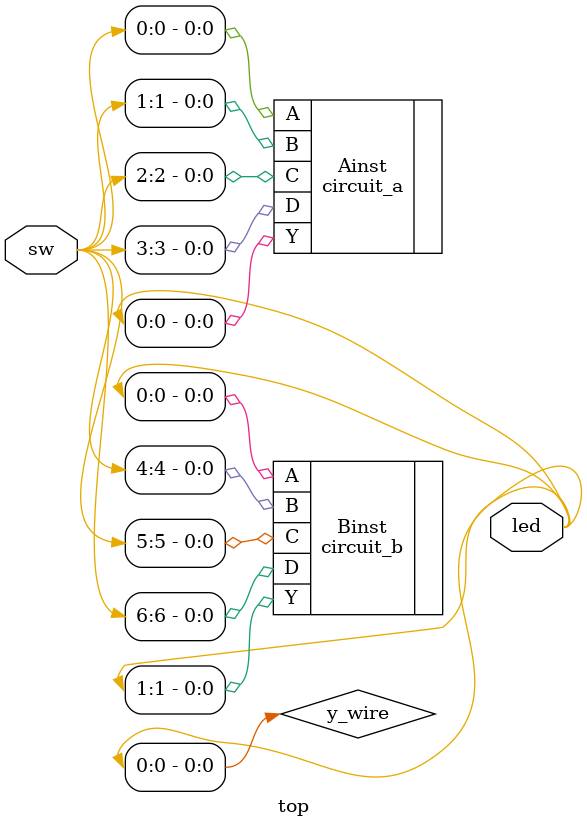
<source format=v>
module top(
	 input [6:0] sw, 
	 output [1:0] led
	); 

wire y_wire;
assign led[0] = y_wire;

	circuit_a Ainst( 
		.A(sw[0]), 
		.B(sw[1]), 
		.C(sw[2]), 
		.D(sw[3]), 
		.Y(led[0])
	);
	
	circuit_b Binst( 
	.A(y_wire),
	.B(sw[4]), 
	.C(sw[5]), 
	.D(sw[6]), 
	.Y(led[1])
);
	 
endmodule
</source>
